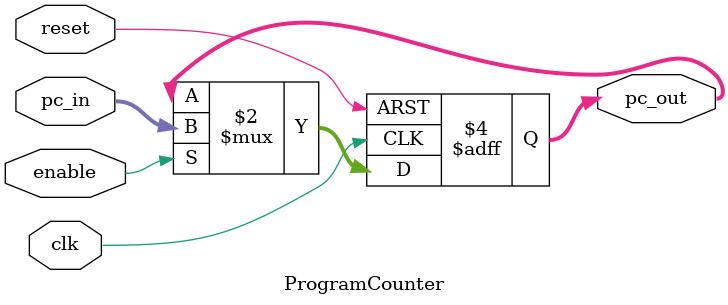
<source format=v>
module ProgramCounter (
    input clk,
    input reset,
    input enable, // <--- NUEVO: Solo actualiza si enable es 1
    input [31:0] pc_in,
    output reg [31:0] pc_out
);
    always @(posedge clk or posedge reset) begin
        if (reset) pc_out <= 32'b0;
        else if (enable) pc_out <= pc_in; // Solo escribe si enable = 1
    end
endmodule
</source>
